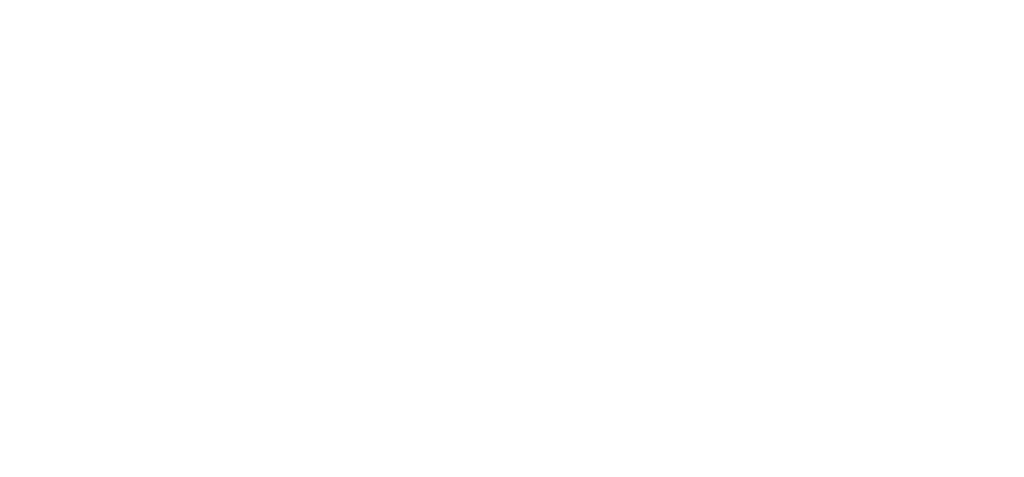
<source format=kicad_pcb>
(kicad_pcb
	(version 20240108)
	(generator "pcbnew")
	(generator_version "8.0")
	(general
		(thickness 1.6)
		(legacy_teardrops no)
	)
	(paper "A4")
	(layers
		(0 "F.Cu" signal)
		(31 "B.Cu" signal)
		(32 "B.Adhes" user "B.Adhesive")
		(33 "F.Adhes" user "F.Adhesive")
		(34 "B.Paste" user)
		(35 "F.Paste" user)
		(36 "B.SilkS" user "B.Silkscreen")
		(37 "F.SilkS" user "F.Silkscreen")
		(38 "B.Mask" user)
		(39 "F.Mask" user)
		(40 "Dwgs.User" user "User.Drawings")
		(41 "Cmts.User" user "User.Comments")
		(42 "Eco1.User" user "User.Eco1")
		(43 "Eco2.User" user "User.Eco2")
		(44 "Edge.Cuts" user)
		(45 "Margin" user)
		(46 "B.CrtYd" user "B.Courtyard")
		(47 "F.CrtYd" user "F.Courtyard")
		(48 "B.Fab" user)
		(49 "F.Fab" user)
		(50 "User.1" user)
		(51 "User.2" user)
		(52 "User.3" user)
		(53 "User.4" user)
		(54 "User.5" user)
		(55 "User.6" user)
		(56 "User.7" user)
		(57 "User.8" user)
		(58 "User.9" user)
	)
	(setup
		(pad_to_mask_clearance 0)
		(allow_soldermask_bridges_in_footprints no)
		(pcbplotparams
			(layerselection 0x00010fc_ffffffff)
			(plot_on_all_layers_selection 0x0000000_00000000)
			(disableapertmacros no)
			(usegerberextensions no)
			(usegerberattributes yes)
			(usegerberadvancedattributes yes)
			(creategerberjobfile yes)
			(dashed_line_dash_ratio 12.000000)
			(dashed_line_gap_ratio 3.000000)
			(svgprecision 4)
			(plotframeref no)
			(viasonmask no)
			(mode 1)
			(useauxorigin no)
			(hpglpennumber 1)
			(hpglpenspeed 20)
			(hpglpendiameter 15.000000)
			(pdf_front_fp_property_popups yes)
			(pdf_back_fp_property_popups yes)
			(dxfpolygonmode yes)
			(dxfimperialunits yes)
			(dxfusepcbnewfont yes)
			(psnegative no)
			(psa4output no)
			(plotreference yes)
			(plotvalue yes)
			(plotfptext yes)
			(plotinvisibletext no)
			(sketchpadsonfab no)
			(subtractmaskfromsilk no)
			(outputformat 1)
			(mirror no)
			(drillshape 1)
			(scaleselection 1)
			(outputdirectory "")
		)
	)
	(net 0 "")
	(gr_rect
		(start 88 74)
		(end 176 115)
		(stroke
			(width 0.1)
			(type default)
		)
		(fill none)
		(layer "User.6")
		(uuid "44fca653-fb95-4d72-a2e5-0dd94025d2a3")
	)
)
</source>
